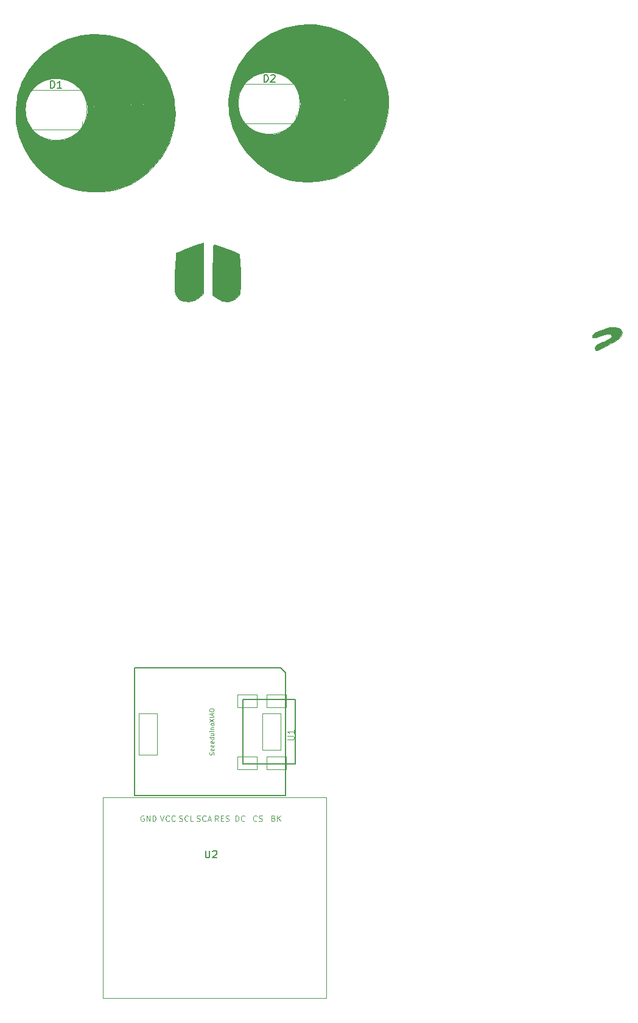
<source format=gbr>
G04 #@! TF.GenerationSoftware,KiCad,Pcbnew,(5.1.2)-1*
G04 #@! TF.CreationDate,2023-05-08T19:06:33+09:00*
G04 #@! TF.ProjectId,gopher_goldpilot_xiao,676f7068-6572-45f6-976f-6c6470696c6f,rev?*
G04 #@! TF.SameCoordinates,Original*
G04 #@! TF.FileFunction,Legend,Top*
G04 #@! TF.FilePolarity,Positive*
%FSLAX46Y46*%
G04 Gerber Fmt 4.6, Leading zero omitted, Abs format (unit mm)*
G04 Created by KiCad (PCBNEW (5.1.2)-1) date 2023-05-08 19:06:33*
%MOMM*%
%LPD*%
G04 APERTURE LIST*
%ADD10C,0.100000*%
%ADD11C,0.120000*%
%ADD12C,0.127000*%
%ADD13C,0.066040*%
%ADD14C,0.150000*%
%ADD15C,0.101600*%
%ADD16C,0.076200*%
G04 APERTURE END LIST*
D10*
G36*
X171192600Y-104271520D02*
G01*
X171222600Y-104181520D01*
X171582600Y-103891520D01*
X172152600Y-103611520D01*
X172912600Y-103331520D01*
X173632600Y-103131520D01*
X174282600Y-103061520D01*
X174862600Y-103161520D01*
X175242600Y-103401520D01*
X175412600Y-103871520D01*
X175182600Y-104391520D01*
X174542600Y-104941520D01*
X174092600Y-105201520D01*
X173722600Y-105411520D01*
X173452600Y-105561520D01*
X173112600Y-105731520D01*
X172692600Y-105931520D01*
X172452600Y-106051520D01*
X172102600Y-106191520D01*
X171922600Y-106271520D01*
X171692600Y-106301520D01*
X171612600Y-106191520D01*
X171602600Y-105951520D01*
X171622600Y-105821520D01*
X171922600Y-105491520D01*
X172192600Y-105361520D01*
X172482600Y-105221520D01*
X172622600Y-105151520D01*
X172742600Y-105101520D01*
X172992600Y-105001520D01*
X173302600Y-104871520D01*
X173782600Y-104601520D01*
X173932600Y-104361520D01*
X173802600Y-104111520D01*
X173652600Y-104011520D01*
X173262600Y-104011520D01*
X172612600Y-104211520D01*
X172412600Y-104291520D01*
X172112600Y-104401520D01*
X171752600Y-104501520D01*
X171532600Y-104561520D01*
X171292600Y-104521520D01*
X171252600Y-104511520D01*
X171192600Y-104341520D01*
X171192600Y-104271520D01*
G37*
X171192600Y-104271520D02*
X171222600Y-104181520D01*
X171582600Y-103891520D01*
X172152600Y-103611520D01*
X172912600Y-103331520D01*
X173632600Y-103131520D01*
X174282600Y-103061520D01*
X174862600Y-103161520D01*
X175242600Y-103401520D01*
X175412600Y-103871520D01*
X175182600Y-104391520D01*
X174542600Y-104941520D01*
X174092600Y-105201520D01*
X173722600Y-105411520D01*
X173452600Y-105561520D01*
X173112600Y-105731520D01*
X172692600Y-105931520D01*
X172452600Y-106051520D01*
X172102600Y-106191520D01*
X171922600Y-106271520D01*
X171692600Y-106301520D01*
X171612600Y-106191520D01*
X171602600Y-105951520D01*
X171622600Y-105821520D01*
X171922600Y-105491520D01*
X172192600Y-105361520D01*
X172482600Y-105221520D01*
X172622600Y-105151520D01*
X172742600Y-105101520D01*
X172992600Y-105001520D01*
X173302600Y-104871520D01*
X173782600Y-104601520D01*
X173932600Y-104361520D01*
X173802600Y-104111520D01*
X173652600Y-104011520D01*
X173262600Y-104011520D01*
X172612600Y-104211520D01*
X172412600Y-104291520D01*
X172112600Y-104401520D01*
X171752600Y-104501520D01*
X171532600Y-104561520D01*
X171292600Y-104521520D01*
X171252600Y-104511520D01*
X171192600Y-104341520D01*
X171192600Y-104271520D01*
G36*
X132392600Y-60951520D02*
G01*
X132672600Y-60951520D01*
X134842600Y-61341520D01*
X136792600Y-62101520D01*
X138562600Y-63231520D01*
X140062600Y-64621520D01*
X141312600Y-66321520D01*
X142222600Y-68231520D01*
X142752600Y-70291520D01*
X142862600Y-71141520D01*
X142862600Y-71421520D01*
X130612600Y-71541520D01*
X130532600Y-71041520D01*
X130382600Y-70481520D01*
X130202600Y-70071520D01*
X130022600Y-69711520D01*
X129762600Y-69331520D01*
X129472600Y-68971520D01*
X129182600Y-68691520D01*
X128882600Y-68451520D01*
X128652600Y-68291520D01*
X128432600Y-68151520D01*
X127912600Y-67901520D01*
X127522600Y-67761520D01*
X126932600Y-67631520D01*
X126602600Y-67591520D01*
X126152600Y-67581520D01*
X125972600Y-67591520D01*
X125642600Y-67631520D01*
X125302600Y-67691520D01*
X125022600Y-67771520D01*
X124672600Y-67891520D01*
X124312600Y-68051520D01*
X124102600Y-68161520D01*
X123912600Y-68281520D01*
X123752600Y-68391520D01*
X123332600Y-68731520D01*
X122992600Y-69071520D01*
X122722600Y-69421520D01*
X122522600Y-69721520D01*
X122362600Y-70021520D01*
X122222600Y-70361520D01*
X122142600Y-70571520D01*
X122062600Y-70831520D01*
X122002600Y-71101520D01*
X121962600Y-71351520D01*
X120622600Y-71331520D01*
X120662600Y-71021520D01*
X120752600Y-70451520D01*
X120832600Y-69901520D01*
X120912600Y-69371520D01*
X121172600Y-68501520D01*
X121572600Y-67611520D01*
X122052600Y-66531520D01*
X122722600Y-65581520D01*
X123242600Y-64841520D01*
X123752600Y-64331520D01*
X124272600Y-63821520D01*
X124762600Y-63371520D01*
X126492600Y-62221520D01*
X128352600Y-61421520D01*
X130462600Y-60981520D01*
X131662600Y-60961520D01*
X132392600Y-60951520D01*
G37*
X132392600Y-60951520D02*
X132672600Y-60951520D01*
X134842600Y-61341520D01*
X136792600Y-62101520D01*
X138562600Y-63231520D01*
X140062600Y-64621520D01*
X141312600Y-66321520D01*
X142222600Y-68231520D01*
X142752600Y-70291520D01*
X142862600Y-71141520D01*
X142862600Y-71421520D01*
X130612600Y-71541520D01*
X130532600Y-71041520D01*
X130382600Y-70481520D01*
X130202600Y-70071520D01*
X130022600Y-69711520D01*
X129762600Y-69331520D01*
X129472600Y-68971520D01*
X129182600Y-68691520D01*
X128882600Y-68451520D01*
X128652600Y-68291520D01*
X128432600Y-68151520D01*
X127912600Y-67901520D01*
X127522600Y-67761520D01*
X126932600Y-67631520D01*
X126602600Y-67591520D01*
X126152600Y-67581520D01*
X125972600Y-67591520D01*
X125642600Y-67631520D01*
X125302600Y-67691520D01*
X125022600Y-67771520D01*
X124672600Y-67891520D01*
X124312600Y-68051520D01*
X124102600Y-68161520D01*
X123912600Y-68281520D01*
X123752600Y-68391520D01*
X123332600Y-68731520D01*
X122992600Y-69071520D01*
X122722600Y-69421520D01*
X122522600Y-69721520D01*
X122362600Y-70021520D01*
X122222600Y-70361520D01*
X122142600Y-70571520D01*
X122062600Y-70831520D01*
X122002600Y-71101520D01*
X121962600Y-71351520D01*
X120622600Y-71331520D01*
X120662600Y-71021520D01*
X120752600Y-70451520D01*
X120832600Y-69901520D01*
X120912600Y-69371520D01*
X121172600Y-68501520D01*
X121572600Y-67611520D01*
X122052600Y-66531520D01*
X122722600Y-65581520D01*
X123242600Y-64841520D01*
X123752600Y-64331520D01*
X124272600Y-63821520D01*
X124762600Y-63371520D01*
X126492600Y-62221520D01*
X128352600Y-61421520D01*
X130462600Y-60981520D01*
X131662600Y-60961520D01*
X132392600Y-60951520D01*
G36*
X130562600Y-71591520D02*
G01*
X142862600Y-71451520D01*
X142842600Y-72381520D01*
X142822600Y-73161520D01*
X142822600Y-73191520D01*
X142382600Y-75141520D01*
X141592600Y-76981520D01*
X140482600Y-78681520D01*
X139082600Y-80151520D01*
X137422600Y-81361520D01*
X135512600Y-82291520D01*
X134502600Y-82561520D01*
X133072600Y-82781520D01*
X131592600Y-82861520D01*
X130182600Y-82811520D01*
X129042600Y-82631520D01*
X128012600Y-82301520D01*
X126192600Y-81431520D01*
X124562600Y-80271520D01*
X123102600Y-78761520D01*
X122242600Y-77481520D01*
X122002600Y-77131520D01*
X121202600Y-75301520D01*
X120722600Y-73371520D01*
X120622600Y-71381520D01*
X121952600Y-71401520D01*
X121932600Y-72361520D01*
X122072600Y-73081520D01*
X122412600Y-73941520D01*
X122852600Y-74641520D01*
X123542600Y-75341520D01*
X124202600Y-75781520D01*
X124802600Y-76041520D01*
X125482600Y-76211520D01*
X125942600Y-76261520D01*
X126372600Y-76281520D01*
X126922600Y-76241520D01*
X127392600Y-76141520D01*
X127902600Y-75961520D01*
X128252600Y-75811520D01*
X128662600Y-75561520D01*
X129022600Y-75311520D01*
X129412600Y-74941520D01*
X129682600Y-74641520D01*
X129952600Y-74251520D01*
X130232600Y-73731520D01*
X130442600Y-73191520D01*
X130582600Y-72451520D01*
X130632600Y-71981520D01*
X130562600Y-71591520D01*
G37*
X130562600Y-71591520D02*
X142862600Y-71451520D01*
X142842600Y-72381520D01*
X142822600Y-73161520D01*
X142822600Y-73191520D01*
X142382600Y-75141520D01*
X141592600Y-76981520D01*
X140482600Y-78681520D01*
X139082600Y-80151520D01*
X137422600Y-81361520D01*
X135512600Y-82291520D01*
X134502600Y-82561520D01*
X133072600Y-82781520D01*
X131592600Y-82861520D01*
X130182600Y-82811520D01*
X129042600Y-82631520D01*
X128012600Y-82301520D01*
X126192600Y-81431520D01*
X124562600Y-80271520D01*
X123102600Y-78761520D01*
X122242600Y-77481520D01*
X122002600Y-77131520D01*
X121202600Y-75301520D01*
X120722600Y-73371520D01*
X120622600Y-71381520D01*
X121952600Y-71401520D01*
X121932600Y-72361520D01*
X122072600Y-73081520D01*
X122412600Y-73941520D01*
X122852600Y-74641520D01*
X123542600Y-75341520D01*
X124202600Y-75781520D01*
X124802600Y-76041520D01*
X125482600Y-76211520D01*
X125942600Y-76261520D01*
X126372600Y-76281520D01*
X126922600Y-76241520D01*
X127392600Y-76141520D01*
X127902600Y-75961520D01*
X128252600Y-75811520D01*
X128662600Y-75561520D01*
X129022600Y-75311520D01*
X129412600Y-74941520D01*
X129682600Y-74641520D01*
X129952600Y-74251520D01*
X130232600Y-73731520D01*
X130442600Y-73191520D01*
X130582600Y-72451520D01*
X130632600Y-71981520D01*
X130562600Y-71591520D01*
G36*
X102112600Y-62291520D02*
G01*
X104072600Y-62461520D01*
X105982600Y-62981520D01*
X107772600Y-63821520D01*
X109412600Y-64991520D01*
X110812600Y-66451520D01*
X111932600Y-68201520D01*
X112442600Y-69301520D01*
X113032600Y-71321520D01*
X113082600Y-71881520D01*
X101012600Y-72461520D01*
X100932600Y-71821520D01*
X100682600Y-71071520D01*
X100282600Y-70341520D01*
X99842600Y-69791520D01*
X99242600Y-69271520D01*
X98782600Y-68971520D01*
X98272600Y-68731520D01*
X97692600Y-68541520D01*
X97222600Y-68461520D01*
X96742600Y-68431520D01*
X96322600Y-68451520D01*
X95902600Y-68501520D01*
X95342600Y-68641520D01*
X94882600Y-68811520D01*
X94412600Y-69061520D01*
X94132600Y-69251520D01*
X93832600Y-69481520D01*
X93582600Y-69721520D01*
X93362600Y-69961520D01*
X93072600Y-70341520D01*
X92902600Y-70611520D01*
X92762600Y-70881520D01*
X92622600Y-71191520D01*
X92502600Y-71531520D01*
X92422600Y-71851520D01*
X92392600Y-72041520D01*
X91112600Y-71951520D01*
X91212600Y-71231520D01*
X91252600Y-70891520D01*
X91512600Y-70101520D01*
X91722600Y-69441520D01*
X91852600Y-69061520D01*
X92402600Y-68051520D01*
X92822600Y-67281520D01*
X93492600Y-66451520D01*
X94152600Y-65641520D01*
X94722600Y-65101520D01*
X95442600Y-64571520D01*
X95932600Y-64211520D01*
X96372600Y-63881520D01*
X97132600Y-63511520D01*
X98232600Y-62981520D01*
X100112600Y-62471520D01*
X101732600Y-62321520D01*
X102112600Y-62291520D01*
G37*
X102112600Y-62291520D02*
X104072600Y-62461520D01*
X105982600Y-62981520D01*
X107772600Y-63821520D01*
X109412600Y-64991520D01*
X110812600Y-66451520D01*
X111932600Y-68201520D01*
X112442600Y-69301520D01*
X113032600Y-71321520D01*
X113082600Y-71881520D01*
X101012600Y-72461520D01*
X100932600Y-71821520D01*
X100682600Y-71071520D01*
X100282600Y-70341520D01*
X99842600Y-69791520D01*
X99242600Y-69271520D01*
X98782600Y-68971520D01*
X98272600Y-68731520D01*
X97692600Y-68541520D01*
X97222600Y-68461520D01*
X96742600Y-68431520D01*
X96322600Y-68451520D01*
X95902600Y-68501520D01*
X95342600Y-68641520D01*
X94882600Y-68811520D01*
X94412600Y-69061520D01*
X94132600Y-69251520D01*
X93832600Y-69481520D01*
X93582600Y-69721520D01*
X93362600Y-69961520D01*
X93072600Y-70341520D01*
X92902600Y-70611520D01*
X92762600Y-70881520D01*
X92622600Y-71191520D01*
X92502600Y-71531520D01*
X92422600Y-71851520D01*
X92392600Y-72041520D01*
X91112600Y-71951520D01*
X91212600Y-71231520D01*
X91252600Y-70891520D01*
X91512600Y-70101520D01*
X91722600Y-69441520D01*
X91852600Y-69061520D01*
X92402600Y-68051520D01*
X92822600Y-67281520D01*
X93492600Y-66451520D01*
X94152600Y-65641520D01*
X94722600Y-65101520D01*
X95442600Y-64571520D01*
X95932600Y-64211520D01*
X96372600Y-63881520D01*
X97132600Y-63511520D01*
X98232600Y-62981520D01*
X100112600Y-62471520D01*
X101732600Y-62321520D01*
X102112600Y-62291520D01*
G36*
X101002600Y-72511520D02*
G01*
X113042600Y-71911520D01*
X113222600Y-73371520D01*
X112992600Y-75411520D01*
X112352600Y-77471520D01*
X111332600Y-79281520D01*
X109972600Y-80961520D01*
X108752600Y-82111520D01*
X107012600Y-83181520D01*
X104952600Y-83971520D01*
X104012600Y-84111520D01*
X102952600Y-84211520D01*
X101872600Y-84241520D01*
X101472600Y-84231520D01*
X100482600Y-84091520D01*
X99422600Y-83951520D01*
X97522600Y-83331520D01*
X95832600Y-82391520D01*
X94642600Y-81441520D01*
X94072600Y-80871520D01*
X93162600Y-79821520D01*
X92202600Y-78261520D01*
X91492600Y-76511520D01*
X91072600Y-74651520D01*
X91032600Y-73391520D01*
X91012600Y-72791520D01*
X91112600Y-72001520D01*
X92382600Y-72091520D01*
X92322600Y-72621520D01*
X92362600Y-73331520D01*
X92442600Y-73801520D01*
X92592600Y-74321520D01*
X92802600Y-74751520D01*
X93042600Y-75181520D01*
X93282600Y-75511520D01*
X93602600Y-75851520D01*
X93912600Y-76141520D01*
X94202600Y-76361520D01*
X94522600Y-76561520D01*
X94892600Y-76741520D01*
X95232600Y-76881520D01*
X95592600Y-76991520D01*
X95962600Y-77071520D01*
X96352600Y-77121520D01*
X96732600Y-77121520D01*
X97082600Y-77111520D01*
X97512600Y-77051520D01*
X97812600Y-76981520D01*
X98122600Y-76881520D01*
X98352600Y-76791520D01*
X98632600Y-76661520D01*
X98862600Y-76531520D01*
X99122600Y-76371520D01*
X99362600Y-76201520D01*
X99692600Y-75911520D01*
X99862600Y-75731520D01*
X100022600Y-75551520D01*
X100242600Y-75261520D01*
X100412600Y-75001520D01*
X100492600Y-74851520D01*
X100622600Y-74611520D01*
X100732600Y-74331520D01*
X100832600Y-74061520D01*
X100932600Y-73641520D01*
X101012600Y-73111520D01*
X101002600Y-72511520D01*
G37*
X101002600Y-72511520D02*
X113042600Y-71911520D01*
X113222600Y-73371520D01*
X112992600Y-75411520D01*
X112352600Y-77471520D01*
X111332600Y-79281520D01*
X109972600Y-80961520D01*
X108752600Y-82111520D01*
X107012600Y-83181520D01*
X104952600Y-83971520D01*
X104012600Y-84111520D01*
X102952600Y-84211520D01*
X101872600Y-84241520D01*
X101472600Y-84231520D01*
X100482600Y-84091520D01*
X99422600Y-83951520D01*
X97522600Y-83331520D01*
X95832600Y-82391520D01*
X94642600Y-81441520D01*
X94072600Y-80871520D01*
X93162600Y-79821520D01*
X92202600Y-78261520D01*
X91492600Y-76511520D01*
X91072600Y-74651520D01*
X91032600Y-73391520D01*
X91012600Y-72791520D01*
X91112600Y-72001520D01*
X92382600Y-72091520D01*
X92322600Y-72621520D01*
X92362600Y-73331520D01*
X92442600Y-73801520D01*
X92592600Y-74321520D01*
X92802600Y-74751520D01*
X93042600Y-75181520D01*
X93282600Y-75511520D01*
X93602600Y-75851520D01*
X93912600Y-76141520D01*
X94202600Y-76361520D01*
X94522600Y-76561520D01*
X94892600Y-76741520D01*
X95232600Y-76881520D01*
X95592600Y-76991520D01*
X95962600Y-77071520D01*
X96352600Y-77121520D01*
X96732600Y-77121520D01*
X97082600Y-77111520D01*
X97512600Y-77051520D01*
X97812600Y-76981520D01*
X98122600Y-76881520D01*
X98352600Y-76791520D01*
X98632600Y-76661520D01*
X98862600Y-76531520D01*
X99122600Y-76371520D01*
X99362600Y-76201520D01*
X99692600Y-75911520D01*
X99862600Y-75731520D01*
X100022600Y-75551520D01*
X100242600Y-75261520D01*
X100412600Y-75001520D01*
X100492600Y-74851520D01*
X100622600Y-74611520D01*
X100732600Y-74331520D01*
X100832600Y-74061520D01*
X100932600Y-73641520D01*
X101012600Y-73111520D01*
X101002600Y-72511520D01*
D11*
X130562601Y-71931520D02*
G75*
G03X130562601Y-71931520I-4288928J0D01*
G01*
X100962601Y-72781520D02*
G75*
G03X100962601Y-72781520I-4288928J0D01*
G01*
D10*
G36*
X117112600Y-91351520D02*
G01*
X117112600Y-92651520D01*
X117112600Y-94161520D01*
X117112600Y-95411520D01*
X117102600Y-96821520D01*
X117112600Y-98431520D01*
X116602600Y-98901520D01*
X116452600Y-99041520D01*
X115872600Y-99391520D01*
X115072600Y-99501520D01*
X114472600Y-99461520D01*
X114012600Y-99351520D01*
X113662600Y-99111520D01*
X113342600Y-98581520D01*
X113262600Y-98401520D01*
X113172600Y-98021520D01*
X113132600Y-97441520D01*
X113132600Y-96481520D01*
X113162600Y-95601520D01*
X113222600Y-94511520D01*
X113292600Y-93301520D01*
X113312600Y-92781520D01*
X113992600Y-92471520D01*
X114712600Y-92161520D01*
X115202600Y-91961520D01*
X116042600Y-91641520D01*
X116582600Y-91481520D01*
X117112600Y-91351520D01*
G37*
X117112600Y-91351520D02*
X117112600Y-92651520D01*
X117112600Y-94161520D01*
X117112600Y-95411520D01*
X117102600Y-96821520D01*
X117112600Y-98431520D01*
X116602600Y-98901520D01*
X116452600Y-99041520D01*
X115872600Y-99391520D01*
X115072600Y-99501520D01*
X114472600Y-99461520D01*
X114012600Y-99351520D01*
X113662600Y-99111520D01*
X113342600Y-98581520D01*
X113262600Y-98401520D01*
X113172600Y-98021520D01*
X113132600Y-97441520D01*
X113132600Y-96481520D01*
X113162600Y-95601520D01*
X113222600Y-94511520D01*
X113292600Y-93301520D01*
X113312600Y-92781520D01*
X113992600Y-92471520D01*
X114712600Y-92161520D01*
X115202600Y-91961520D01*
X116042600Y-91641520D01*
X116582600Y-91481520D01*
X117112600Y-91351520D01*
G36*
X118612600Y-91591520D02*
G01*
X119702600Y-91941520D01*
X121252600Y-92511520D01*
X122132600Y-92901520D01*
X122232600Y-94021520D01*
X122272600Y-95221520D01*
X122272600Y-97731520D01*
X122222600Y-98021520D01*
X122182600Y-98401520D01*
X121962600Y-98751520D01*
X121702600Y-99041520D01*
X121322600Y-99291520D01*
X120572600Y-99541520D01*
X119762600Y-99441520D01*
X119002600Y-99041520D01*
X118432600Y-98591520D01*
X118432600Y-96601520D01*
X118412600Y-94751520D01*
X118452600Y-93621520D01*
X118522600Y-92171520D01*
X118522600Y-91761520D01*
X118612600Y-91591520D01*
G37*
X118612600Y-91591520D02*
X119702600Y-91941520D01*
X121252600Y-92511520D01*
X122132600Y-92901520D01*
X122232600Y-94021520D01*
X122272600Y-95221520D01*
X122272600Y-97731520D01*
X122222600Y-98021520D01*
X122182600Y-98401520D01*
X121962600Y-98751520D01*
X121702600Y-99041520D01*
X121322600Y-99291520D01*
X120572600Y-99541520D01*
X119762600Y-99441520D01*
X119002600Y-99041520D01*
X118432600Y-98591520D01*
X118432600Y-96601520D01*
X118412600Y-94751520D01*
X118452600Y-93621520D01*
X118522600Y-92171520D01*
X118522600Y-91761520D01*
X118612600Y-91591520D01*
D11*
X103200000Y-196500000D02*
X103200000Y-168500000D01*
X134200000Y-196500000D02*
X103200000Y-196500000D01*
X134200000Y-168500000D02*
X134200000Y-196500000D01*
X103200000Y-168500000D02*
X134200000Y-168500000D01*
D12*
X122589820Y-154904200D02*
X129943120Y-154904200D01*
X122589820Y-163903420D02*
X122589820Y-154904200D01*
X129943120Y-163903420D02*
X122589820Y-163903420D01*
X129943120Y-154909280D02*
X129943120Y-163903420D01*
X127847620Y-150510000D02*
X107520000Y-150510000D01*
X128518180Y-151180560D02*
X127847620Y-150510000D01*
X128518180Y-168307780D02*
X128518180Y-151180560D01*
X107520000Y-168307780D02*
X128518180Y-168307780D01*
X107520000Y-150510000D02*
X107520000Y-168307780D01*
D13*
X125935000Y-162829000D02*
X128602000Y-162829000D01*
X128602000Y-162829000D02*
X128602000Y-164607000D01*
X125935000Y-164607000D02*
X128602000Y-164607000D01*
X125935000Y-162829000D02*
X125935000Y-164607000D01*
X121868460Y-162829000D02*
X124538000Y-162829000D01*
X124538000Y-162829000D02*
X124538000Y-164607000D01*
X121868460Y-164607000D02*
X124538000Y-164607000D01*
X121868460Y-162829000D02*
X121868460Y-164607000D01*
X121868460Y-154193000D02*
X124538000Y-154193000D01*
X124538000Y-154193000D02*
X124538000Y-155971000D01*
X121868460Y-155971000D02*
X124538000Y-155971000D01*
X121868460Y-154193000D02*
X121868460Y-155971000D01*
X125935000Y-154193000D02*
X128602000Y-154193000D01*
X128602000Y-154193000D02*
X128602000Y-155971000D01*
X125935000Y-155971000D02*
X128602000Y-155971000D01*
X125935000Y-154193000D02*
X125935000Y-155971000D01*
X108155000Y-156860000D02*
X110695000Y-156860000D01*
X110695000Y-156860000D02*
X110695000Y-162575000D01*
X108155000Y-162575000D02*
X110695000Y-162575000D01*
X108155000Y-156860000D02*
X108155000Y-162575000D01*
X125300000Y-156860000D02*
X127840000Y-156860000D01*
X127840000Y-156860000D02*
X127840000Y-161940000D01*
X125300000Y-161940000D02*
X127840000Y-161940000D01*
X125300000Y-156860000D02*
X125300000Y-161940000D01*
D11*
X129965300Y-74728320D02*
X129965300Y-73578320D01*
X122665300Y-74728320D02*
X129965300Y-74728320D01*
X122665300Y-69228320D02*
X129965300Y-69228320D01*
X100266520Y-75592120D02*
X100266520Y-74442120D01*
X92966520Y-75592120D02*
X100266520Y-75592120D01*
X92966520Y-70092120D02*
X100266520Y-70092120D01*
D14*
X117438095Y-175952380D02*
X117438095Y-176761904D01*
X117485714Y-176857142D01*
X117533333Y-176904761D01*
X117628571Y-176952380D01*
X117819047Y-176952380D01*
X117914285Y-176904761D01*
X117961904Y-176857142D01*
X118009523Y-176761904D01*
X118009523Y-175952380D01*
X118438095Y-176047619D02*
X118485714Y-176000000D01*
X118580952Y-175952380D01*
X118819047Y-175952380D01*
X118914285Y-176000000D01*
X118961904Y-176047619D01*
X119009523Y-176142857D01*
X119009523Y-176238095D01*
X118961904Y-176380952D01*
X118390476Y-176952380D01*
X119009523Y-176952380D01*
D10*
X126857142Y-171442857D02*
X126971428Y-171480952D01*
X127009523Y-171519047D01*
X127047619Y-171595238D01*
X127047619Y-171709523D01*
X127009523Y-171785714D01*
X126971428Y-171823809D01*
X126895238Y-171861904D01*
X126590476Y-171861904D01*
X126590476Y-171061904D01*
X126857142Y-171061904D01*
X126933333Y-171100000D01*
X126971428Y-171138095D01*
X127009523Y-171214285D01*
X127009523Y-171290476D01*
X126971428Y-171366666D01*
X126933333Y-171404761D01*
X126857142Y-171442857D01*
X126590476Y-171442857D01*
X127390476Y-171861904D02*
X127390476Y-171061904D01*
X127847619Y-171861904D02*
X127504761Y-171404761D01*
X127847619Y-171061904D02*
X127390476Y-171519047D01*
X124566666Y-171785714D02*
X124528571Y-171823809D01*
X124414285Y-171861904D01*
X124338095Y-171861904D01*
X124223809Y-171823809D01*
X124147619Y-171747619D01*
X124109523Y-171671428D01*
X124071428Y-171519047D01*
X124071428Y-171404761D01*
X124109523Y-171252380D01*
X124147619Y-171176190D01*
X124223809Y-171100000D01*
X124338095Y-171061904D01*
X124414285Y-171061904D01*
X124528571Y-171100000D01*
X124566666Y-171138095D01*
X124871428Y-171823809D02*
X124985714Y-171861904D01*
X125176190Y-171861904D01*
X125252380Y-171823809D01*
X125290476Y-171785714D01*
X125328571Y-171709523D01*
X125328571Y-171633333D01*
X125290476Y-171557142D01*
X125252380Y-171519047D01*
X125176190Y-171480952D01*
X125023809Y-171442857D01*
X124947619Y-171404761D01*
X124909523Y-171366666D01*
X124871428Y-171290476D01*
X124871428Y-171214285D01*
X124909523Y-171138095D01*
X124947619Y-171100000D01*
X125023809Y-171061904D01*
X125214285Y-171061904D01*
X125328571Y-171100000D01*
X121590476Y-171861904D02*
X121590476Y-171061904D01*
X121780952Y-171061904D01*
X121895238Y-171100000D01*
X121971428Y-171176190D01*
X122009523Y-171252380D01*
X122047619Y-171404761D01*
X122047619Y-171519047D01*
X122009523Y-171671428D01*
X121971428Y-171747619D01*
X121895238Y-171823809D01*
X121780952Y-171861904D01*
X121590476Y-171861904D01*
X122847619Y-171785714D02*
X122809523Y-171823809D01*
X122695238Y-171861904D01*
X122619047Y-171861904D01*
X122504761Y-171823809D01*
X122428571Y-171747619D01*
X122390476Y-171671428D01*
X122352380Y-171519047D01*
X122352380Y-171404761D01*
X122390476Y-171252380D01*
X122428571Y-171176190D01*
X122504761Y-171100000D01*
X122619047Y-171061904D01*
X122695238Y-171061904D01*
X122809523Y-171100000D01*
X122847619Y-171138095D01*
X119204761Y-171861904D02*
X118938095Y-171480952D01*
X118747619Y-171861904D02*
X118747619Y-171061904D01*
X119052380Y-171061904D01*
X119128571Y-171100000D01*
X119166666Y-171138095D01*
X119204761Y-171214285D01*
X119204761Y-171328571D01*
X119166666Y-171404761D01*
X119128571Y-171442857D01*
X119052380Y-171480952D01*
X118747619Y-171480952D01*
X119547619Y-171442857D02*
X119814285Y-171442857D01*
X119928571Y-171861904D02*
X119547619Y-171861904D01*
X119547619Y-171061904D01*
X119928571Y-171061904D01*
X120233333Y-171823809D02*
X120347619Y-171861904D01*
X120538095Y-171861904D01*
X120614285Y-171823809D01*
X120652380Y-171785714D01*
X120690476Y-171709523D01*
X120690476Y-171633333D01*
X120652380Y-171557142D01*
X120614285Y-171519047D01*
X120538095Y-171480952D01*
X120385714Y-171442857D01*
X120309523Y-171404761D01*
X120271428Y-171366666D01*
X120233333Y-171290476D01*
X120233333Y-171214285D01*
X120271428Y-171138095D01*
X120309523Y-171100000D01*
X120385714Y-171061904D01*
X120576190Y-171061904D01*
X120690476Y-171100000D01*
X116228571Y-171823809D02*
X116342857Y-171861904D01*
X116533333Y-171861904D01*
X116609523Y-171823809D01*
X116647619Y-171785714D01*
X116685714Y-171709523D01*
X116685714Y-171633333D01*
X116647619Y-171557142D01*
X116609523Y-171519047D01*
X116533333Y-171480952D01*
X116380952Y-171442857D01*
X116304761Y-171404761D01*
X116266666Y-171366666D01*
X116228571Y-171290476D01*
X116228571Y-171214285D01*
X116266666Y-171138095D01*
X116304761Y-171100000D01*
X116380952Y-171061904D01*
X116571428Y-171061904D01*
X116685714Y-171100000D01*
X117485714Y-171785714D02*
X117447619Y-171823809D01*
X117333333Y-171861904D01*
X117257142Y-171861904D01*
X117142857Y-171823809D01*
X117066666Y-171747619D01*
X117028571Y-171671428D01*
X116990476Y-171519047D01*
X116990476Y-171404761D01*
X117028571Y-171252380D01*
X117066666Y-171176190D01*
X117142857Y-171100000D01*
X117257142Y-171061904D01*
X117333333Y-171061904D01*
X117447619Y-171100000D01*
X117485714Y-171138095D01*
X117790476Y-171633333D02*
X118171428Y-171633333D01*
X117714285Y-171861904D02*
X117980952Y-171061904D01*
X118247619Y-171861904D01*
X113747619Y-171823809D02*
X113861904Y-171861904D01*
X114052380Y-171861904D01*
X114128571Y-171823809D01*
X114166666Y-171785714D01*
X114204761Y-171709523D01*
X114204761Y-171633333D01*
X114166666Y-171557142D01*
X114128571Y-171519047D01*
X114052380Y-171480952D01*
X113900000Y-171442857D01*
X113823809Y-171404761D01*
X113785714Y-171366666D01*
X113747619Y-171290476D01*
X113747619Y-171214285D01*
X113785714Y-171138095D01*
X113823809Y-171100000D01*
X113900000Y-171061904D01*
X114090476Y-171061904D01*
X114204761Y-171100000D01*
X115004761Y-171785714D02*
X114966666Y-171823809D01*
X114852380Y-171861904D01*
X114776190Y-171861904D01*
X114661904Y-171823809D01*
X114585714Y-171747619D01*
X114547619Y-171671428D01*
X114509523Y-171519047D01*
X114509523Y-171404761D01*
X114547619Y-171252380D01*
X114585714Y-171176190D01*
X114661904Y-171100000D01*
X114776190Y-171061904D01*
X114852380Y-171061904D01*
X114966666Y-171100000D01*
X115004761Y-171138095D01*
X115728571Y-171861904D02*
X115347619Y-171861904D01*
X115347619Y-171061904D01*
X111133333Y-171061904D02*
X111400000Y-171861904D01*
X111666666Y-171061904D01*
X112390476Y-171785714D02*
X112352380Y-171823809D01*
X112238095Y-171861904D01*
X112161904Y-171861904D01*
X112047619Y-171823809D01*
X111971428Y-171747619D01*
X111933333Y-171671428D01*
X111895238Y-171519047D01*
X111895238Y-171404761D01*
X111933333Y-171252380D01*
X111971428Y-171176190D01*
X112047619Y-171100000D01*
X112161904Y-171061904D01*
X112238095Y-171061904D01*
X112352380Y-171100000D01*
X112390476Y-171138095D01*
X113190476Y-171785714D02*
X113152380Y-171823809D01*
X113038095Y-171861904D01*
X112961904Y-171861904D01*
X112847619Y-171823809D01*
X112771428Y-171747619D01*
X112733333Y-171671428D01*
X112695238Y-171519047D01*
X112695238Y-171404761D01*
X112733333Y-171252380D01*
X112771428Y-171176190D01*
X112847619Y-171100000D01*
X112961904Y-171061904D01*
X113038095Y-171061904D01*
X113152380Y-171100000D01*
X113190476Y-171138095D01*
X108840476Y-171100000D02*
X108764285Y-171061904D01*
X108650000Y-171061904D01*
X108535714Y-171100000D01*
X108459523Y-171176190D01*
X108421428Y-171252380D01*
X108383333Y-171404761D01*
X108383333Y-171519047D01*
X108421428Y-171671428D01*
X108459523Y-171747619D01*
X108535714Y-171823809D01*
X108650000Y-171861904D01*
X108726190Y-171861904D01*
X108840476Y-171823809D01*
X108878571Y-171785714D01*
X108878571Y-171519047D01*
X108726190Y-171519047D01*
X109221428Y-171861904D02*
X109221428Y-171061904D01*
X109678571Y-171861904D01*
X109678571Y-171061904D01*
X110059523Y-171861904D02*
X110059523Y-171061904D01*
X110250000Y-171061904D01*
X110364285Y-171100000D01*
X110440476Y-171176190D01*
X110478571Y-171252380D01*
X110516666Y-171404761D01*
X110516666Y-171519047D01*
X110478571Y-171671428D01*
X110440476Y-171747619D01*
X110364285Y-171823809D01*
X110250000Y-171861904D01*
X110059523Y-171861904D01*
D15*
X128813666Y-160521833D02*
X129533333Y-160521833D01*
X129618000Y-160479500D01*
X129660333Y-160437166D01*
X129702666Y-160352500D01*
X129702666Y-160183166D01*
X129660333Y-160098500D01*
X129618000Y-160056166D01*
X129533333Y-160013833D01*
X128813666Y-160013833D01*
X129702666Y-159124833D02*
X129702666Y-159632833D01*
X129702666Y-159378833D02*
X128813666Y-159378833D01*
X128940666Y-159463500D01*
X129025333Y-159548166D01*
X129067666Y-159632833D01*
D16*
X118561742Y-162622171D02*
X118590771Y-162535085D01*
X118590771Y-162389942D01*
X118561742Y-162331885D01*
X118532714Y-162302857D01*
X118474657Y-162273828D01*
X118416600Y-162273828D01*
X118358542Y-162302857D01*
X118329514Y-162331885D01*
X118300485Y-162389942D01*
X118271457Y-162506057D01*
X118242428Y-162564114D01*
X118213400Y-162593142D01*
X118155342Y-162622171D01*
X118097285Y-162622171D01*
X118039228Y-162593142D01*
X118010200Y-162564114D01*
X117981171Y-162506057D01*
X117981171Y-162360914D01*
X118010200Y-162273828D01*
X118561742Y-161780342D02*
X118590771Y-161838400D01*
X118590771Y-161954514D01*
X118561742Y-162012571D01*
X118503685Y-162041600D01*
X118271457Y-162041600D01*
X118213400Y-162012571D01*
X118184371Y-161954514D01*
X118184371Y-161838400D01*
X118213400Y-161780342D01*
X118271457Y-161751314D01*
X118329514Y-161751314D01*
X118387571Y-162041600D01*
X118561742Y-161257828D02*
X118590771Y-161315885D01*
X118590771Y-161432000D01*
X118561742Y-161490057D01*
X118503685Y-161519085D01*
X118271457Y-161519085D01*
X118213400Y-161490057D01*
X118184371Y-161432000D01*
X118184371Y-161315885D01*
X118213400Y-161257828D01*
X118271457Y-161228800D01*
X118329514Y-161228800D01*
X118387571Y-161519085D01*
X118561742Y-160735314D02*
X118590771Y-160793371D01*
X118590771Y-160909485D01*
X118561742Y-160967542D01*
X118503685Y-160996571D01*
X118271457Y-160996571D01*
X118213400Y-160967542D01*
X118184371Y-160909485D01*
X118184371Y-160793371D01*
X118213400Y-160735314D01*
X118271457Y-160706285D01*
X118329514Y-160706285D01*
X118387571Y-160996571D01*
X118590771Y-160183771D02*
X117981171Y-160183771D01*
X118561742Y-160183771D02*
X118590771Y-160241828D01*
X118590771Y-160357942D01*
X118561742Y-160416000D01*
X118532714Y-160445028D01*
X118474657Y-160474057D01*
X118300485Y-160474057D01*
X118242428Y-160445028D01*
X118213400Y-160416000D01*
X118184371Y-160357942D01*
X118184371Y-160241828D01*
X118213400Y-160183771D01*
X118184371Y-159632228D02*
X118590771Y-159632228D01*
X118184371Y-159893485D02*
X118503685Y-159893485D01*
X118561742Y-159864457D01*
X118590771Y-159806400D01*
X118590771Y-159719314D01*
X118561742Y-159661257D01*
X118532714Y-159632228D01*
X118590771Y-159341942D02*
X118184371Y-159341942D01*
X117981171Y-159341942D02*
X118010200Y-159370971D01*
X118039228Y-159341942D01*
X118010200Y-159312914D01*
X117981171Y-159341942D01*
X118039228Y-159341942D01*
X118184371Y-159051657D02*
X118590771Y-159051657D01*
X118242428Y-159051657D02*
X118213400Y-159022628D01*
X118184371Y-158964571D01*
X118184371Y-158877485D01*
X118213400Y-158819428D01*
X118271457Y-158790400D01*
X118590771Y-158790400D01*
X118590771Y-158413028D02*
X118561742Y-158471085D01*
X118532714Y-158500114D01*
X118474657Y-158529142D01*
X118300485Y-158529142D01*
X118242428Y-158500114D01*
X118213400Y-158471085D01*
X118184371Y-158413028D01*
X118184371Y-158325942D01*
X118213400Y-158267885D01*
X118242428Y-158238857D01*
X118300485Y-158209828D01*
X118474657Y-158209828D01*
X118532714Y-158238857D01*
X118561742Y-158267885D01*
X118590771Y-158325942D01*
X118590771Y-158413028D01*
X117981171Y-158006628D02*
X118590771Y-157600228D01*
X117981171Y-157600228D02*
X118590771Y-158006628D01*
X118590771Y-157368000D02*
X117981171Y-157368000D01*
X118416600Y-157106742D02*
X118416600Y-156816457D01*
X118590771Y-157164800D02*
X117981171Y-156961600D01*
X118590771Y-156758400D01*
X117981171Y-156439085D02*
X117981171Y-156322971D01*
X118010200Y-156264914D01*
X118068257Y-156206857D01*
X118184371Y-156177828D01*
X118387571Y-156177828D01*
X118503685Y-156206857D01*
X118561742Y-156264914D01*
X118590771Y-156322971D01*
X118590771Y-156439085D01*
X118561742Y-156497142D01*
X118503685Y-156555200D01*
X118387571Y-156584228D01*
X118184371Y-156584228D01*
X118068257Y-156555200D01*
X118010200Y-156497142D01*
X117981171Y-156439085D01*
D14*
X125577204Y-68930700D02*
X125577204Y-67930700D01*
X125815300Y-67930700D01*
X125958157Y-67978320D01*
X126053395Y-68073558D01*
X126101014Y-68168796D01*
X126148633Y-68359272D01*
X126148633Y-68502129D01*
X126101014Y-68692605D01*
X126053395Y-68787843D01*
X125958157Y-68883081D01*
X125815300Y-68930700D01*
X125577204Y-68930700D01*
X126529585Y-68025939D02*
X126577204Y-67978320D01*
X126672442Y-67930700D01*
X126910538Y-67930700D01*
X127005776Y-67978320D01*
X127053395Y-68025939D01*
X127101014Y-68121177D01*
X127101014Y-68216415D01*
X127053395Y-68359272D01*
X126481966Y-68930700D01*
X127101014Y-68930700D01*
X95878424Y-69794500D02*
X95878424Y-68794500D01*
X96116520Y-68794500D01*
X96259377Y-68842120D01*
X96354615Y-68937358D01*
X96402234Y-69032596D01*
X96449853Y-69223072D01*
X96449853Y-69365929D01*
X96402234Y-69556405D01*
X96354615Y-69651643D01*
X96259377Y-69746881D01*
X96116520Y-69794500D01*
X95878424Y-69794500D01*
X97402234Y-69794500D02*
X96830805Y-69794500D01*
X97116520Y-69794500D02*
X97116520Y-68794500D01*
X97021281Y-68937358D01*
X96926043Y-69032596D01*
X96830805Y-69080215D01*
M02*

</source>
